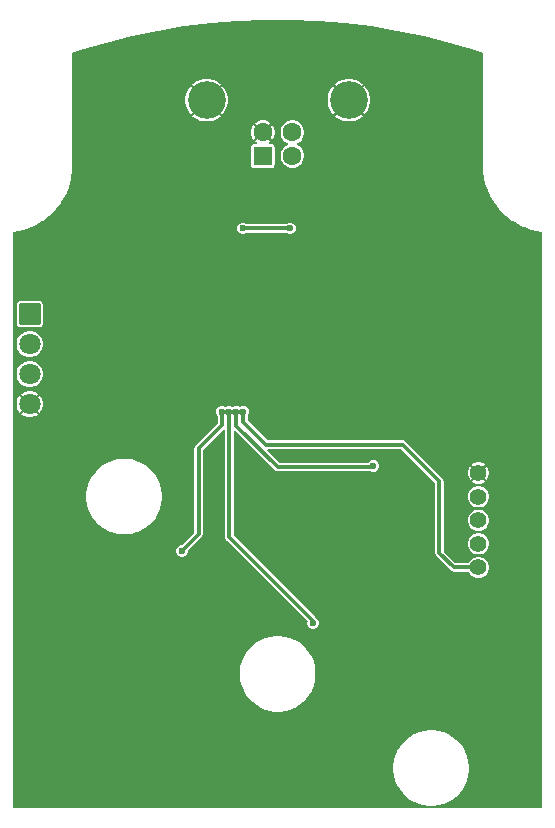
<source format=gbl>
G04*
G04 #@! TF.GenerationSoftware,Altium Limited,Altium Designer,22.3.1 (43)*
G04*
G04 Layer_Physical_Order=2*
G04 Layer_Color=9720587*
%FSLAX42Y42*%
%MOMM*%
G71*
G04*
G04 #@! TF.SameCoordinates,DE2D453C-2018-43DC-BA3E-C0A36525B8C9*
G04*
G04*
G04 #@! TF.FilePolarity,Positive*
G04*
G01*
G75*
%ADD37C,0.30*%
%ADD39C,1.80*%
G04:AMPARAMS|DCode=40|XSize=1.8mm|YSize=1.8mm|CornerRadius=0.09mm|HoleSize=0mm|Usage=FLASHONLY|Rotation=270.000|XOffset=0mm|YOffset=0mm|HoleType=Round|Shape=RoundedRectangle|*
%AMROUNDEDRECTD40*
21,1,1.80,1.62,0,0,270.0*
21,1,1.62,1.80,0,0,270.0*
1,1,0.18,-0.81,-0.81*
1,1,0.18,-0.81,0.81*
1,1,0.18,0.81,0.81*
1,1,0.18,0.81,-0.81*
%
%ADD40ROUNDEDRECTD40*%
G04:AMPARAMS|DCode=41|XSize=1.6mm|YSize=1.6mm|CornerRadius=0.08mm|HoleSize=0mm|Usage=FLASHONLY|Rotation=180.000|XOffset=0mm|YOffset=0mm|HoleType=Round|Shape=RoundedRectangle|*
%AMROUNDEDRECTD41*
21,1,1.60,1.44,0,0,180.0*
21,1,1.44,1.60,0,0,180.0*
1,1,0.16,-0.72,0.72*
1,1,0.16,0.72,0.72*
1,1,0.16,0.72,-0.72*
1,1,0.16,-0.72,-0.72*
%
%ADD41ROUNDEDRECTD41*%
%ADD42C,3.20*%
%ADD43C,1.60*%
%ADD44C,1.40*%
%ADD45C,0.60*%
G36*
X2413Y6739D02*
X2640Y6729D01*
X2866Y6711D01*
X3091Y6683D01*
X3314Y6646D01*
X3536Y6599D01*
X3756Y6543D01*
X3973Y6479D01*
X4039Y6456D01*
X4039Y5500D01*
X4039Y5499D01*
X4039Y5498D01*
X4040Y5465D01*
X4041Y5462D01*
X4040Y5459D01*
X4049Y5394D01*
X4050Y5391D01*
X4051Y5387D01*
X4067Y5323D01*
X4069Y5320D01*
X4070Y5316D01*
X4095Y5255D01*
X4097Y5252D01*
X4099Y5248D01*
X4131Y5192D01*
X4134Y5189D01*
X4136Y5185D01*
X4176Y5133D01*
X4179Y5130D01*
X4181Y5127D01*
X4227Y5081D01*
X4230Y5079D01*
X4233Y5076D01*
X4285Y5036D01*
X4289Y5034D01*
X4292Y5031D01*
X4348Y4999D01*
X4352Y4997D01*
X4355Y4995D01*
X4416Y4970D01*
X4420Y4969D01*
X4423Y4967D01*
X4487Y4951D01*
X4491Y4950D01*
X4494Y4949D01*
X4539Y4943D01*
Y61D01*
X61D01*
Y4943D01*
X106Y4949D01*
X109Y4950D01*
X113Y4951D01*
X177Y4967D01*
X180Y4969D01*
X184Y4970D01*
X245Y4995D01*
X248Y4997D01*
X252Y4999D01*
X308Y5031D01*
X311Y5034D01*
X315Y5036D01*
X367Y5076D01*
X370Y5079D01*
X373Y5081D01*
X419Y5127D01*
X421Y5130D01*
X424Y5133D01*
X464Y5185D01*
X466Y5189D01*
X469Y5192D01*
X501Y5248D01*
X503Y5252D01*
X505Y5255D01*
X530Y5316D01*
X531Y5320D01*
X533Y5323D01*
X549Y5387D01*
X550Y5391D01*
X551Y5394D01*
X560Y5459D01*
X559Y5462D01*
X560Y5465D01*
X561Y5498D01*
X561Y5499D01*
X561Y5500D01*
X561Y6456D01*
X627Y6479D01*
X844Y6543D01*
X1064Y6599D01*
X1286Y6646D01*
X1509Y6683D01*
X1734Y6711D01*
X1960Y6729D01*
X2187Y6739D01*
X2413Y6739D01*
D02*
G37*
%LPC*%
G36*
X2920Y6235D02*
X2884D01*
X2849Y6229D01*
X2817Y6215D01*
X2787Y6195D01*
X2782Y6190D01*
X2902Y6070D01*
X3022Y6190D01*
X3017Y6195D01*
X2987Y6215D01*
X2955Y6229D01*
X2920Y6235D01*
D02*
G37*
G36*
X1716D02*
X1680D01*
X1645Y6229D01*
X1613Y6215D01*
X1583Y6195D01*
X1578Y6190D01*
X1698Y6070D01*
X1818Y6190D01*
X1813Y6195D01*
X1783Y6215D01*
X1751Y6229D01*
X1716Y6235D01*
D02*
G37*
G36*
X2768Y6176D02*
X2762Y6170D01*
X2742Y6141D01*
X2729Y6108D01*
X2722Y6073D01*
Y6038D01*
X2729Y6003D01*
X2742Y5970D01*
X2762Y5941D01*
X2768Y5935D01*
X2888Y6056D01*
X2768Y6176D01*
D02*
G37*
G36*
X3036Y6176D02*
X2916Y6056D01*
X3036Y5935D01*
X3042Y5941D01*
X3062Y5970D01*
X3075Y6003D01*
X3082Y6038D01*
Y6073D01*
X3075Y6108D01*
X3062Y6141D01*
X3042Y6170D01*
X3036Y6176D01*
D02*
G37*
G36*
X1832Y6176D02*
X1712Y6056D01*
X1832Y5935D01*
X1838Y5941D01*
X1858Y5970D01*
X1871Y6003D01*
X1878Y6038D01*
Y6073D01*
X1871Y6108D01*
X1858Y6141D01*
X1838Y6170D01*
X1832Y6176D01*
D02*
G37*
G36*
X1564D02*
X1558Y6170D01*
X1538Y6141D01*
X1525Y6108D01*
X1518Y6073D01*
Y6038D01*
X1525Y6003D01*
X1538Y5970D01*
X1558Y5941D01*
X1564Y5935D01*
X1684Y6056D01*
X1564Y6176D01*
D02*
G37*
G36*
X2902Y6041D02*
X2782Y5921D01*
X2787Y5916D01*
X2817Y5896D01*
X2849Y5882D01*
X2884Y5876D01*
X2920D01*
X2955Y5882D01*
X2987Y5896D01*
X3017Y5916D01*
X3022Y5921D01*
X2902Y6041D01*
D02*
G37*
G36*
X1698Y6041D02*
X1578Y5921D01*
X1583Y5916D01*
X1613Y5896D01*
X1645Y5882D01*
X1680Y5876D01*
X1716D01*
X1751Y5882D01*
X1783Y5896D01*
X1813Y5916D01*
X1818Y5921D01*
X1698Y6041D01*
D02*
G37*
G36*
X2188Y5885D02*
X2162D01*
X2136Y5878D01*
X2114Y5865D01*
X2111Y5862D01*
X2175Y5799D01*
X2239Y5862D01*
X2236Y5865D01*
X2214Y5878D01*
X2188Y5885D01*
D02*
G37*
G36*
X2253Y5848D02*
X2189Y5784D01*
X2253Y5721D01*
X2255Y5723D01*
X2268Y5746D01*
X2275Y5771D01*
Y5798D01*
X2268Y5823D01*
X2255Y5846D01*
X2253Y5848D01*
D02*
G37*
G36*
X2097Y5848D02*
X2095Y5846D01*
X2082Y5823D01*
X2075Y5798D01*
Y5771D01*
X2082Y5746D01*
X2095Y5723D01*
X2097Y5721D01*
X2161Y5784D01*
X2097Y5848D01*
D02*
G37*
G36*
X2438Y5885D02*
X2412D01*
X2386Y5878D01*
X2364Y5865D01*
X2345Y5846D01*
X2332Y5823D01*
X2325Y5798D01*
Y5771D01*
X2332Y5746D01*
X2345Y5723D01*
X2364Y5704D01*
X2386Y5691D01*
X2387Y5691D01*
Y5678D01*
X2386Y5678D01*
X2364Y5665D01*
X2345Y5646D01*
X2332Y5623D01*
X2325Y5598D01*
Y5571D01*
X2332Y5546D01*
X2345Y5523D01*
X2364Y5504D01*
X2386Y5491D01*
X2412Y5485D01*
X2438D01*
X2464Y5491D01*
X2486Y5504D01*
X2505Y5523D01*
X2518Y5546D01*
X2525Y5571D01*
Y5598D01*
X2518Y5623D01*
X2505Y5646D01*
X2486Y5665D01*
X2464Y5678D01*
X2463Y5678D01*
Y5691D01*
X2464Y5691D01*
X2486Y5704D01*
X2505Y5723D01*
X2518Y5746D01*
X2525Y5771D01*
Y5798D01*
X2518Y5823D01*
X2505Y5846D01*
X2486Y5865D01*
X2464Y5878D01*
X2438Y5885D01*
D02*
G37*
G36*
X2175Y5770D02*
X2111Y5707D01*
X2114Y5704D01*
X2125Y5698D01*
X2122Y5685D01*
X2103D01*
X2092Y5683D01*
X2083Y5677D01*
X2077Y5667D01*
X2074Y5656D01*
Y5512D01*
X2077Y5502D01*
X2083Y5492D01*
X2092Y5486D01*
X2103Y5484D01*
X2247D01*
X2258Y5486D01*
X2267Y5492D01*
X2273Y5502D01*
X2276Y5512D01*
Y5656D01*
X2273Y5667D01*
X2267Y5677D01*
X2258Y5683D01*
X2247Y5685D01*
X2228D01*
X2225Y5698D01*
X2236Y5704D01*
X2239Y5707D01*
X2175Y5770D01*
D02*
G37*
G36*
X2415Y5020D02*
X2395D01*
X2377Y5012D01*
X2370Y5006D01*
X2040D01*
X2033Y5012D01*
X2015Y5020D01*
X1995D01*
X1977Y5012D01*
X1963Y4998D01*
X1955Y4980D01*
Y4960D01*
X1963Y4942D01*
X1977Y4928D01*
X1995Y4920D01*
X2015D01*
X2033Y4928D01*
X2040Y4934D01*
X2370D01*
X2377Y4928D01*
X2395Y4920D01*
X2415D01*
X2433Y4928D01*
X2447Y4942D01*
X2455Y4960D01*
Y4980D01*
X2447Y4998D01*
X2433Y5012D01*
X2415Y5020D01*
D02*
G37*
G36*
X281Y4355D02*
X119D01*
X108Y4352D01*
X98Y4346D01*
X92Y4336D01*
X89Y4325D01*
Y4163D01*
X92Y4152D01*
X98Y4142D01*
X108Y4136D01*
X119Y4133D01*
X281D01*
X292Y4136D01*
X302Y4142D01*
X308Y4152D01*
X311Y4163D01*
Y4325D01*
X308Y4336D01*
X302Y4346D01*
X292Y4352D01*
X281Y4355D01*
D02*
G37*
G36*
X214Y4100D02*
X186D01*
X158Y4093D01*
X132Y4078D01*
X112Y4058D01*
X97Y4032D01*
X90Y4004D01*
Y3976D01*
X97Y3948D01*
X112Y3922D01*
X132Y3902D01*
X158Y3887D01*
X186Y3880D01*
X214D01*
X242Y3887D01*
X268Y3902D01*
X288Y3922D01*
X303Y3948D01*
X310Y3976D01*
Y4004D01*
X303Y4032D01*
X288Y4058D01*
X268Y4078D01*
X242Y4093D01*
X214Y4100D01*
D02*
G37*
G36*
Y3846D02*
X186D01*
X158Y3839D01*
X132Y3824D01*
X112Y3804D01*
X97Y3778D01*
X90Y3750D01*
Y3722D01*
X97Y3694D01*
X112Y3668D01*
X132Y3648D01*
X158Y3633D01*
X186Y3626D01*
X214D01*
X242Y3633D01*
X268Y3648D01*
X288Y3668D01*
X303Y3694D01*
X310Y3722D01*
Y3750D01*
X303Y3778D01*
X288Y3804D01*
X268Y3824D01*
X242Y3839D01*
X214Y3846D01*
D02*
G37*
G36*
Y3592D02*
X186D01*
X158Y3585D01*
X132Y3570D01*
X129Y3567D01*
X200Y3496D01*
X271Y3567D01*
X268Y3570D01*
X242Y3585D01*
X214Y3592D01*
D02*
G37*
G36*
X2020Y3470D02*
X2000D01*
X1982Y3462D01*
X1980Y3461D01*
X1978Y3462D01*
X1960Y3470D01*
X1940D01*
X1922Y3462D01*
X1920Y3461D01*
X1918Y3462D01*
X1900Y3470D01*
X1880D01*
X1862Y3462D01*
X1860Y3461D01*
X1858Y3462D01*
X1840Y3470D01*
X1820D01*
X1802Y3462D01*
X1788Y3448D01*
X1780Y3430D01*
Y3410D01*
X1788Y3392D01*
X1794Y3385D01*
Y3325D01*
X1605Y3135D01*
X1597Y3124D01*
X1594Y3110D01*
Y2395D01*
X1490Y2290D01*
X1480D01*
X1462Y2282D01*
X1448Y2268D01*
X1440Y2250D01*
Y2230D01*
X1448Y2212D01*
X1462Y2198D01*
X1480Y2190D01*
X1500D01*
X1518Y2198D01*
X1532Y2212D01*
X1540Y2230D01*
Y2240D01*
X1655Y2355D01*
X1663Y2366D01*
X1666Y2380D01*
Y3095D01*
X1843Y3272D01*
X1854Y3267D01*
Y2360D01*
X1857Y2346D01*
X1865Y2335D01*
X2553Y1647D01*
X2550Y1640D01*
Y1620D01*
X2558Y1602D01*
X2572Y1588D01*
X2590Y1580D01*
X2610D01*
X2628Y1588D01*
X2642Y1602D01*
X2650Y1620D01*
Y1640D01*
X2642Y1658D01*
X2628Y1672D01*
X2627Y1673D01*
X2625Y1675D01*
X1926Y2375D01*
Y3257D01*
X1937Y3262D01*
X2275Y2925D01*
X2286Y2917D01*
X2300Y2914D01*
X3090D01*
X3100Y2910D01*
X3120D01*
X3138Y2918D01*
X3152Y2932D01*
X3160Y2950D01*
Y2970D01*
X3152Y2988D01*
X3138Y3002D01*
X3120Y3010D01*
X3100D01*
X3082Y3002D01*
X3068Y2988D01*
X3067Y2986D01*
X2315D01*
X2209Y3092D01*
X2214Y3104D01*
X3345D01*
X3634Y2815D01*
Y2220D01*
X3637Y2206D01*
X3645Y2195D01*
X3765Y2075D01*
X3776Y2067D01*
X3790Y2064D01*
X3917D01*
X3928Y2045D01*
X3945Y2028D01*
X3965Y2016D01*
X3988Y2010D01*
X4012D01*
X4035Y2016D01*
X4055Y2028D01*
X4072Y2045D01*
X4084Y2065D01*
X4090Y2088D01*
Y2112D01*
X4084Y2135D01*
X4072Y2155D01*
X4055Y2172D01*
X4035Y2184D01*
X4012Y2190D01*
X3988D01*
X3965Y2184D01*
X3945Y2172D01*
X3928Y2155D01*
X3917Y2136D01*
X3805D01*
X3706Y2235D01*
Y2830D01*
X3703Y2844D01*
X3695Y2855D01*
X3385Y3165D01*
X3374Y3173D01*
X3360Y3176D01*
X2215D01*
X2046Y3345D01*
Y3385D01*
X2052Y3392D01*
X2060Y3410D01*
Y3430D01*
X2052Y3448D01*
X2038Y3462D01*
X2020Y3470D01*
D02*
G37*
G36*
X285Y3553D02*
X214Y3482D01*
X285Y3411D01*
X288Y3414D01*
X303Y3440D01*
X310Y3468D01*
Y3496D01*
X303Y3524D01*
X288Y3550D01*
X285Y3553D01*
D02*
G37*
G36*
X115D02*
X112Y3550D01*
X97Y3524D01*
X90Y3496D01*
Y3468D01*
X97Y3440D01*
X112Y3414D01*
X115Y3411D01*
X186Y3482D01*
X115Y3553D01*
D02*
G37*
G36*
X200Y3468D02*
X129Y3397D01*
X132Y3394D01*
X158Y3379D01*
X186Y3372D01*
X214D01*
X242Y3379D01*
X268Y3394D01*
X271Y3397D01*
X200Y3468D01*
D02*
G37*
G36*
X1020Y3020D02*
X980D01*
X979Y3020D01*
X978Y3020D01*
X939Y3015D01*
X937Y3015D01*
X936Y3015D01*
X898Y3004D01*
X897Y3004D01*
X896Y3004D01*
X859Y2988D01*
X858Y2988D01*
X857Y2987D01*
X823Y2968D01*
X822Y2967D01*
X821Y2966D01*
X789Y2942D01*
X788Y2941D01*
X787Y2940D01*
X760Y2913D01*
X759Y2912D01*
X758Y2911D01*
X734Y2879D01*
X733Y2878D01*
X732Y2877D01*
X713Y2843D01*
X712Y2842D01*
X712Y2841D01*
X696Y2804D01*
X696Y2803D01*
X696Y2802D01*
X685Y2764D01*
X685Y2763D01*
X685Y2761D01*
X680Y2722D01*
X680Y2721D01*
X680Y2720D01*
Y2680D01*
X680Y2679D01*
X680Y2678D01*
X685Y2639D01*
X685Y2637D01*
X685Y2636D01*
X696Y2598D01*
X696Y2597D01*
X696Y2596D01*
X712Y2559D01*
X712Y2558D01*
X713Y2557D01*
X732Y2523D01*
X733Y2522D01*
X734Y2521D01*
X758Y2489D01*
X759Y2488D01*
X760Y2487D01*
X787Y2460D01*
X788Y2459D01*
X789Y2458D01*
X821Y2434D01*
X822Y2433D01*
X823Y2432D01*
X857Y2413D01*
X858Y2412D01*
X859Y2412D01*
X896Y2396D01*
X897Y2396D01*
X898Y2396D01*
X936Y2385D01*
X937Y2385D01*
X939Y2385D01*
X978Y2380D01*
X979Y2380D01*
X980Y2380D01*
X1020D01*
X1021Y2380D01*
X1022Y2380D01*
X1061Y2385D01*
X1063Y2385D01*
X1064Y2385D01*
X1102Y2396D01*
X1103Y2396D01*
X1104Y2396D01*
X1141Y2412D01*
X1142Y2412D01*
X1143Y2413D01*
X1177Y2432D01*
X1178Y2433D01*
X1179Y2434D01*
X1211Y2458D01*
X1212Y2459D01*
X1213Y2460D01*
X1240Y2487D01*
X1241Y2488D01*
X1242Y2489D01*
X1266Y2521D01*
X1267Y2522D01*
X1268Y2523D01*
X1287Y2557D01*
X1288Y2558D01*
X1288Y2559D01*
X1304Y2596D01*
X1304Y2597D01*
X1304Y2598D01*
X1315Y2636D01*
X1315Y2637D01*
X1315Y2639D01*
X1320Y2678D01*
X1320Y2679D01*
X1320Y2680D01*
Y2720D01*
X1320Y2721D01*
X1320Y2722D01*
X1315Y2761D01*
X1315Y2763D01*
X1315Y2764D01*
X1304Y2802D01*
X1304Y2803D01*
X1304Y2804D01*
X1288Y2841D01*
X1288Y2842D01*
X1287Y2843D01*
X1268Y2877D01*
X1267Y2878D01*
X1266Y2879D01*
X1242Y2911D01*
X1241Y2912D01*
X1240Y2913D01*
X1213Y2940D01*
X1212Y2941D01*
X1211Y2942D01*
X1179Y2966D01*
X1178Y2967D01*
X1177Y2968D01*
X1143Y2987D01*
X1142Y2988D01*
X1141Y2988D01*
X1104Y3004D01*
X1103Y3004D01*
X1102Y3004D01*
X1064Y3015D01*
X1063Y3015D01*
X1061Y3015D01*
X1022Y3020D01*
X1021Y3020D01*
X1020Y3020D01*
D02*
G37*
G36*
X4012Y2990D02*
X3988D01*
X3965Y2984D01*
X3945Y2972D01*
X3943Y2971D01*
X4000Y2914D01*
X4057Y2971D01*
X4055Y2972D01*
X4035Y2984D01*
X4012Y2990D01*
D02*
G37*
G36*
X4071Y2957D02*
X4014Y2900D01*
X4071Y2843D01*
X4072Y2845D01*
X4084Y2865D01*
X4090Y2888D01*
Y2912D01*
X4084Y2935D01*
X4072Y2955D01*
X4071Y2957D01*
D02*
G37*
G36*
X3929Y2957D02*
X3928Y2955D01*
X3916Y2935D01*
X3910Y2912D01*
Y2888D01*
X3916Y2865D01*
X3928Y2845D01*
X3929Y2843D01*
X3986Y2900D01*
X3929Y2957D01*
D02*
G37*
G36*
X4000Y2886D02*
X3943Y2829D01*
X3945Y2828D01*
X3965Y2816D01*
X3988Y2810D01*
X4012D01*
X4035Y2816D01*
X4055Y2828D01*
X4057Y2829D01*
X4000Y2886D01*
D02*
G37*
G36*
X4012Y2790D02*
X3988D01*
X3965Y2784D01*
X3945Y2772D01*
X3928Y2755D01*
X3916Y2735D01*
X3910Y2712D01*
Y2688D01*
X3916Y2665D01*
X3928Y2645D01*
X3945Y2628D01*
X3965Y2616D01*
X3988Y2610D01*
X4012D01*
X4035Y2616D01*
X4055Y2628D01*
X4072Y2645D01*
X4084Y2665D01*
X4090Y2688D01*
Y2712D01*
X4084Y2735D01*
X4072Y2755D01*
X4055Y2772D01*
X4035Y2784D01*
X4012Y2790D01*
D02*
G37*
G36*
Y2590D02*
X3988D01*
X3965Y2584D01*
X3945Y2572D01*
X3928Y2555D01*
X3916Y2535D01*
X3910Y2512D01*
Y2488D01*
X3916Y2465D01*
X3928Y2445D01*
X3945Y2428D01*
X3965Y2416D01*
X3988Y2410D01*
X4012D01*
X4035Y2416D01*
X4055Y2428D01*
X4072Y2445D01*
X4084Y2465D01*
X4090Y2488D01*
Y2512D01*
X4084Y2535D01*
X4072Y2555D01*
X4055Y2572D01*
X4035Y2584D01*
X4012Y2590D01*
D02*
G37*
G36*
Y2390D02*
X3988D01*
X3965Y2384D01*
X3945Y2372D01*
X3928Y2355D01*
X3916Y2335D01*
X3910Y2312D01*
Y2288D01*
X3916Y2265D01*
X3928Y2245D01*
X3945Y2228D01*
X3965Y2216D01*
X3988Y2210D01*
X4012D01*
X4035Y2216D01*
X4055Y2228D01*
X4072Y2245D01*
X4084Y2265D01*
X4090Y2288D01*
Y2312D01*
X4084Y2335D01*
X4072Y2355D01*
X4055Y2372D01*
X4035Y2384D01*
X4012Y2390D01*
D02*
G37*
G36*
X2320Y1520D02*
X2280D01*
X2279Y1520D01*
X2278Y1520D01*
X2239Y1515D01*
X2237Y1515D01*
X2236Y1515D01*
X2198Y1504D01*
X2197Y1504D01*
X2196Y1504D01*
X2159Y1488D01*
X2158Y1488D01*
X2157Y1487D01*
X2123Y1468D01*
X2122Y1467D01*
X2121Y1466D01*
X2089Y1442D01*
X2088Y1441D01*
X2087Y1440D01*
X2060Y1413D01*
X2059Y1412D01*
X2058Y1411D01*
X2034Y1379D01*
X2033Y1378D01*
X2032Y1377D01*
X2013Y1343D01*
X2012Y1342D01*
X2012Y1341D01*
X1996Y1304D01*
X1996Y1303D01*
X1996Y1302D01*
X1985Y1264D01*
X1985Y1263D01*
X1985Y1261D01*
X1980Y1222D01*
X1980Y1221D01*
X1980Y1220D01*
Y1180D01*
X1980Y1179D01*
X1980Y1178D01*
X1985Y1139D01*
X1985Y1137D01*
X1985Y1136D01*
X1996Y1098D01*
X1996Y1097D01*
X1996Y1096D01*
X2012Y1059D01*
X2012Y1058D01*
X2013Y1057D01*
X2032Y1023D01*
X2033Y1022D01*
X2034Y1021D01*
X2058Y989D01*
X2059Y988D01*
X2060Y987D01*
X2087Y960D01*
X2088Y959D01*
X2089Y958D01*
X2121Y934D01*
X2122Y933D01*
X2123Y932D01*
X2157Y913D01*
X2158Y912D01*
X2159Y912D01*
X2196Y896D01*
X2197Y896D01*
X2198Y896D01*
X2236Y885D01*
X2237Y885D01*
X2239Y885D01*
X2278Y880D01*
X2279Y880D01*
X2280Y880D01*
X2320D01*
X2321Y880D01*
X2322Y880D01*
X2361Y885D01*
X2363Y885D01*
X2364Y885D01*
X2402Y896D01*
X2403Y896D01*
X2404Y896D01*
X2441Y912D01*
X2442Y912D01*
X2443Y913D01*
X2477Y932D01*
X2478Y933D01*
X2479Y934D01*
X2511Y958D01*
X2512Y959D01*
X2513Y960D01*
X2540Y987D01*
X2541Y988D01*
X2542Y989D01*
X2566Y1021D01*
X2567Y1022D01*
X2568Y1023D01*
X2587Y1057D01*
X2588Y1058D01*
X2588Y1059D01*
X2604Y1096D01*
X2604Y1097D01*
X2604Y1098D01*
X2615Y1136D01*
X2615Y1137D01*
X2615Y1139D01*
X2620Y1178D01*
X2620Y1179D01*
X2620Y1180D01*
Y1220D01*
X2620Y1221D01*
X2620Y1222D01*
X2615Y1261D01*
X2615Y1263D01*
X2615Y1264D01*
X2604Y1302D01*
X2604Y1303D01*
X2604Y1304D01*
X2588Y1341D01*
X2588Y1342D01*
X2587Y1343D01*
X2568Y1377D01*
X2567Y1378D01*
X2566Y1379D01*
X2542Y1411D01*
X2541Y1412D01*
X2540Y1413D01*
X2513Y1440D01*
X2512Y1441D01*
X2511Y1442D01*
X2479Y1466D01*
X2478Y1467D01*
X2477Y1468D01*
X2443Y1487D01*
X2442Y1488D01*
X2441Y1488D01*
X2404Y1504D01*
X2403Y1504D01*
X2402Y1504D01*
X2364Y1515D01*
X2363Y1515D01*
X2361Y1515D01*
X2322Y1520D01*
X2321Y1520D01*
X2320Y1520D01*
D02*
G37*
G36*
X3620Y720D02*
X3580D01*
X3579Y720D01*
X3578Y720D01*
X3539Y715D01*
X3537Y715D01*
X3536Y715D01*
X3498Y704D01*
X3497Y704D01*
X3496Y704D01*
X3459Y688D01*
X3458Y688D01*
X3457Y687D01*
X3423Y668D01*
X3422Y667D01*
X3421Y666D01*
X3389Y642D01*
X3388Y641D01*
X3387Y640D01*
X3360Y613D01*
X3359Y612D01*
X3358Y611D01*
X3334Y579D01*
X3333Y578D01*
X3332Y577D01*
X3313Y543D01*
X3312Y542D01*
X3312Y541D01*
X3296Y504D01*
X3296Y503D01*
X3296Y502D01*
X3285Y464D01*
X3285Y463D01*
X3285Y461D01*
X3280Y422D01*
X3280Y421D01*
X3280Y420D01*
Y380D01*
X3280Y379D01*
X3280Y378D01*
X3285Y339D01*
X3285Y337D01*
X3285Y336D01*
X3296Y298D01*
X3296Y297D01*
X3296Y296D01*
X3312Y259D01*
X3312Y258D01*
X3313Y257D01*
X3332Y223D01*
X3333Y222D01*
X3334Y221D01*
X3358Y189D01*
X3359Y188D01*
X3360Y187D01*
X3387Y160D01*
X3388Y159D01*
X3389Y158D01*
X3421Y134D01*
X3422Y133D01*
X3423Y132D01*
X3457Y113D01*
X3458Y112D01*
X3459Y112D01*
X3496Y96D01*
X3497Y96D01*
X3498Y96D01*
X3536Y85D01*
X3537Y85D01*
X3539Y85D01*
X3578Y80D01*
X3579Y80D01*
X3580Y80D01*
X3620D01*
X3621Y80D01*
X3622Y80D01*
X3661Y85D01*
X3663Y85D01*
X3664Y85D01*
X3702Y96D01*
X3703Y96D01*
X3704Y96D01*
X3741Y112D01*
X3742Y112D01*
X3743Y113D01*
X3777Y132D01*
X3778Y133D01*
X3779Y134D01*
X3811Y158D01*
X3812Y159D01*
X3813Y160D01*
X3840Y187D01*
X3841Y188D01*
X3842Y189D01*
X3866Y221D01*
X3867Y222D01*
X3868Y223D01*
X3887Y257D01*
X3888Y258D01*
X3888Y259D01*
X3904Y296D01*
X3904Y297D01*
X3904Y298D01*
X3915Y336D01*
X3915Y337D01*
X3915Y339D01*
X3920Y378D01*
X3920Y379D01*
X3920Y380D01*
Y420D01*
X3920Y421D01*
X3920Y422D01*
X3915Y461D01*
X3915Y463D01*
X3915Y464D01*
X3904Y502D01*
X3904Y503D01*
X3904Y504D01*
X3888Y541D01*
X3888Y542D01*
X3887Y543D01*
X3868Y577D01*
X3867Y578D01*
X3866Y579D01*
X3842Y611D01*
X3841Y612D01*
X3840Y613D01*
X3813Y640D01*
X3812Y641D01*
X3811Y642D01*
X3779Y666D01*
X3778Y667D01*
X3777Y668D01*
X3743Y687D01*
X3742Y688D01*
X3741Y688D01*
X3704Y704D01*
X3703Y704D01*
X3702Y704D01*
X3664Y715D01*
X3663Y715D01*
X3661Y715D01*
X3622Y720D01*
X3621Y720D01*
X3620Y720D01*
D02*
G37*
%LPD*%
D37*
X2005Y4970D02*
X2405D01*
X1950Y3420D02*
X2010D01*
X1890D02*
X1950D01*
X1830D02*
X1890D01*
X3790Y2100D02*
X4000D01*
X3670Y2220D02*
X3790Y2100D01*
X3670Y2220D02*
Y2830D01*
X3360Y3140D02*
X3670Y2830D01*
X2200Y3140D02*
X3360D01*
X2010Y3330D02*
X2200Y3140D01*
X2010Y3330D02*
Y3420D01*
X1630Y2380D02*
Y3110D01*
X1830Y3310D02*
Y3420D01*
X1630Y3110D02*
X1830Y3310D01*
X1950Y3300D02*
Y3420D01*
X2300Y2950D02*
X3100D01*
X1950Y3300D02*
X2300Y2950D01*
X3100D02*
X3110Y2960D01*
X2600Y1630D02*
Y1650D01*
X1890Y2360D02*
X2600Y1650D01*
X1890Y2360D02*
Y3420D01*
X1490Y2240D02*
X1630Y2380D01*
D39*
X200Y3482D02*
D03*
Y3736D02*
D03*
Y3990D02*
D03*
D40*
Y4244D02*
D03*
D41*
X2175Y5585D02*
D03*
D42*
X1698Y6056D02*
D03*
X2902D02*
D03*
D43*
X2425Y5585D02*
D03*
X2175Y5785D02*
D03*
X2425D02*
D03*
D44*
X4000Y2500D02*
D03*
Y2100D02*
D03*
Y2700D02*
D03*
Y2900D02*
D03*
Y2300D02*
D03*
D45*
X2500Y2400D02*
D03*
X2300D02*
D03*
X2100D02*
D03*
X2500Y2600D02*
D03*
X2300D02*
D03*
X2100D02*
D03*
X2500Y2800D02*
D03*
X2300D02*
D03*
X2100D02*
D03*
X2405Y4970D02*
D03*
X2005D02*
D03*
X1960Y5320D02*
D03*
X2110Y3420D02*
D03*
X2010D02*
D03*
X1950D02*
D03*
X1890D02*
D03*
X1830D02*
D03*
X1490Y2850D02*
D03*
X3110Y2960D02*
D03*
X2600Y1630D02*
D03*
X1490Y2450D02*
D03*
Y2240D02*
D03*
M02*

</source>
